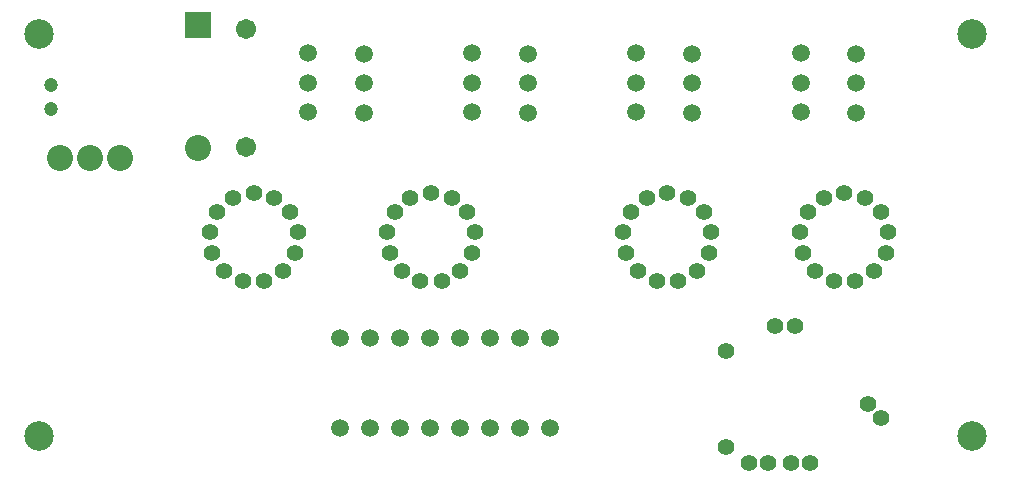
<source format=gts>
G04*
G04 #@! TF.GenerationSoftware,Altium Limited,Altium Designer,21.0.9 (235)*
G04*
G04 Layer_Color=8388736*
%FSLAX44Y44*%
%MOMM*%
G71*
G04*
G04 #@! TF.SameCoordinates,956DCEC2-6A71-40FF-A827-D54B518B5B98*
G04*
G04*
G04 #@! TF.FilePolarity,Negative*
G04*
G01*
G75*
%ADD10C,1.5032*%
%ADD11C,1.4032*%
%ADD12C,1.2032*%
%ADD13C,1.7032*%
%ADD14C,2.2032*%
%ADD15C,2.5032*%
%ADD16R,2.2032X2.2032*%
D10*
X722000Y363500D02*
D03*
Y338500D02*
D03*
Y313500D02*
D03*
X583000Y363500D02*
D03*
Y338500D02*
D03*
Y313500D02*
D03*
X444000Y363500D02*
D03*
Y338500D02*
D03*
Y313500D02*
D03*
X305000Y363500D02*
D03*
Y338500D02*
D03*
Y313500D02*
D03*
X675000Y364200D02*
D03*
Y339200D02*
D03*
Y314200D02*
D03*
X536000Y364200D02*
D03*
Y339200D02*
D03*
Y314200D02*
D03*
X397000Y364200D02*
D03*
Y339200D02*
D03*
Y314200D02*
D03*
X258000Y364200D02*
D03*
Y339200D02*
D03*
Y314200D02*
D03*
X285100Y123100D02*
D03*
X310500D02*
D03*
X335900D02*
D03*
X361300D02*
D03*
X386700D02*
D03*
X412100D02*
D03*
X437500D02*
D03*
X462900D02*
D03*
Y46900D02*
D03*
X437500D02*
D03*
X412100D02*
D03*
X386700D02*
D03*
X361300D02*
D03*
X335900D02*
D03*
X310500D02*
D03*
X285100D02*
D03*
D11*
X229374Y241233D02*
D03*
X242830Y229348D02*
D03*
X249221Y212570D02*
D03*
X247079Y194745D02*
D03*
X236897Y179958D02*
D03*
X221009Y171598D02*
D03*
X203055Y171582D02*
D03*
X187152Y179914D02*
D03*
X176944Y194683D02*
D03*
X174772Y212505D02*
D03*
X181132Y229294D02*
D03*
X194568Y241202D02*
D03*
X212000Y245500D02*
D03*
X362000D02*
D03*
X344568Y241202D02*
D03*
X331132Y229294D02*
D03*
X324772Y212505D02*
D03*
X326944Y194683D02*
D03*
X337152Y179914D02*
D03*
X353055Y171582D02*
D03*
X371009Y171598D02*
D03*
X386897Y179958D02*
D03*
X397079Y194745D02*
D03*
X399221Y212570D02*
D03*
X392830Y229348D02*
D03*
X379374Y241233D02*
D03*
X579374D02*
D03*
X592830Y229348D02*
D03*
X599221Y212570D02*
D03*
X597079Y194745D02*
D03*
X586897Y179958D02*
D03*
X571009Y171598D02*
D03*
X553055Y171582D02*
D03*
X537152Y179914D02*
D03*
X526944Y194683D02*
D03*
X524772Y212505D02*
D03*
X531132Y229294D02*
D03*
X544568Y241202D02*
D03*
X562000Y245500D02*
D03*
X712000D02*
D03*
X694568Y241202D02*
D03*
X681132Y229294D02*
D03*
X674772Y212505D02*
D03*
X676944Y194683D02*
D03*
X687152Y179914D02*
D03*
X703055Y171582D02*
D03*
X721009Y171598D02*
D03*
X736897Y179958D02*
D03*
X747079Y194745D02*
D03*
X749221Y212570D02*
D03*
X742830Y229348D02*
D03*
X729374Y241233D02*
D03*
X683000Y17000D02*
D03*
X743000Y55000D02*
D03*
X631000Y17000D02*
D03*
X667000D02*
D03*
X647000D02*
D03*
X732000Y67000D02*
D03*
X612000Y31000D02*
D03*
X653000Y133000D02*
D03*
X612000Y112000D02*
D03*
X670000Y133000D02*
D03*
D12*
X40000Y337000D02*
D03*
Y317000D02*
D03*
D13*
X205000Y385000D02*
D03*
Y285000D02*
D03*
D14*
X48200Y275000D02*
D03*
X99000D02*
D03*
X73600D02*
D03*
X165000Y283700D02*
D03*
D15*
X820000Y380000D02*
D03*
Y40000D02*
D03*
X30000D02*
D03*
Y380000D02*
D03*
D16*
X165000Y388300D02*
D03*
M02*

</source>
